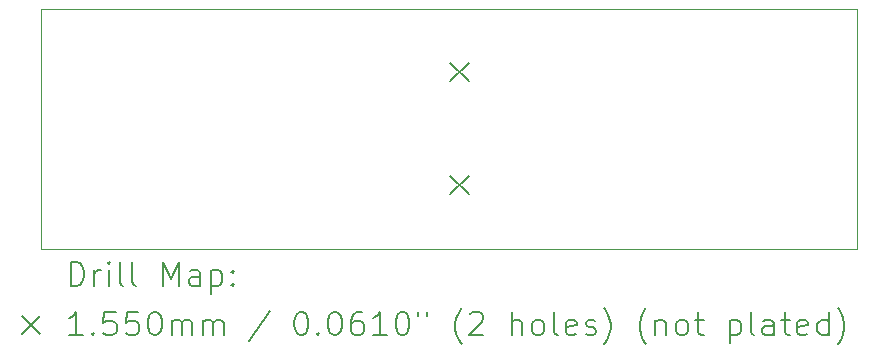
<source format=gbr>
%TF.GenerationSoftware,KiCad,Pcbnew,6.0.11-2627ca5db0~126~ubuntu20.04.1*%
%TF.CreationDate,2023-02-14T16:49:50+01:00*%
%TF.ProjectId,pmod_sfp,706d6f64-5f73-4667-902e-6b696361645f,rev?*%
%TF.SameCoordinates,Original*%
%TF.FileFunction,Drillmap*%
%TF.FilePolarity,Positive*%
%FSLAX45Y45*%
G04 Gerber Fmt 4.5, Leading zero omitted, Abs format (unit mm)*
G04 Created by KiCad (PCBNEW 6.0.11-2627ca5db0~126~ubuntu20.04.1) date 2023-02-14 16:49:50*
%MOMM*%
%LPD*%
G01*
G04 APERTURE LIST*
%ADD10C,0.100000*%
%ADD11C,0.200000*%
%ADD12C,0.155000*%
G04 APERTURE END LIST*
D10*
X17983200Y-8128000D02*
X11074400Y-8128000D01*
X11074400Y-8128000D02*
X11074400Y-6299200D01*
X11074400Y-6299200D02*
X11074400Y-6096000D01*
X11074400Y-6096000D02*
X17983200Y-6096000D01*
X17983200Y-6096000D02*
X17983200Y-8128000D01*
D11*
D12*
X14542500Y-6554500D02*
X14697500Y-6709500D01*
X14697500Y-6554500D02*
X14542500Y-6709500D01*
X14542500Y-7514500D02*
X14697500Y-7669500D01*
X14697500Y-7514500D02*
X14542500Y-7669500D01*
D11*
X11327019Y-8443476D02*
X11327019Y-8243476D01*
X11374638Y-8243476D01*
X11403209Y-8253000D01*
X11422257Y-8272048D01*
X11431781Y-8291095D01*
X11441305Y-8329190D01*
X11441305Y-8357762D01*
X11431781Y-8395857D01*
X11422257Y-8414905D01*
X11403209Y-8433952D01*
X11374638Y-8443476D01*
X11327019Y-8443476D01*
X11527019Y-8443476D02*
X11527019Y-8310143D01*
X11527019Y-8348238D02*
X11536543Y-8329190D01*
X11546067Y-8319667D01*
X11565114Y-8310143D01*
X11584162Y-8310143D01*
X11650828Y-8443476D02*
X11650828Y-8310143D01*
X11650828Y-8243476D02*
X11641305Y-8253000D01*
X11650828Y-8262524D01*
X11660352Y-8253000D01*
X11650828Y-8243476D01*
X11650828Y-8262524D01*
X11774638Y-8443476D02*
X11755590Y-8433952D01*
X11746067Y-8414905D01*
X11746067Y-8243476D01*
X11879400Y-8443476D02*
X11860352Y-8433952D01*
X11850828Y-8414905D01*
X11850828Y-8243476D01*
X12107971Y-8443476D02*
X12107971Y-8243476D01*
X12174638Y-8386333D01*
X12241305Y-8243476D01*
X12241305Y-8443476D01*
X12422257Y-8443476D02*
X12422257Y-8338714D01*
X12412733Y-8319667D01*
X12393686Y-8310143D01*
X12355590Y-8310143D01*
X12336543Y-8319667D01*
X12422257Y-8433952D02*
X12403209Y-8443476D01*
X12355590Y-8443476D01*
X12336543Y-8433952D01*
X12327019Y-8414905D01*
X12327019Y-8395857D01*
X12336543Y-8376809D01*
X12355590Y-8367286D01*
X12403209Y-8367286D01*
X12422257Y-8357762D01*
X12517495Y-8310143D02*
X12517495Y-8510143D01*
X12517495Y-8319667D02*
X12536543Y-8310143D01*
X12574638Y-8310143D01*
X12593686Y-8319667D01*
X12603209Y-8329190D01*
X12612733Y-8348238D01*
X12612733Y-8405381D01*
X12603209Y-8424429D01*
X12593686Y-8433952D01*
X12574638Y-8443476D01*
X12536543Y-8443476D01*
X12517495Y-8433952D01*
X12698448Y-8424429D02*
X12707971Y-8433952D01*
X12698448Y-8443476D01*
X12688924Y-8433952D01*
X12698448Y-8424429D01*
X12698448Y-8443476D01*
X12698448Y-8319667D02*
X12707971Y-8329190D01*
X12698448Y-8338714D01*
X12688924Y-8329190D01*
X12698448Y-8319667D01*
X12698448Y-8338714D01*
D12*
X10914400Y-8695500D02*
X11069400Y-8850500D01*
X11069400Y-8695500D02*
X10914400Y-8850500D01*
D11*
X11431781Y-8863476D02*
X11317495Y-8863476D01*
X11374638Y-8863476D02*
X11374638Y-8663476D01*
X11355590Y-8692048D01*
X11336543Y-8711095D01*
X11317495Y-8720619D01*
X11517495Y-8844429D02*
X11527019Y-8853952D01*
X11517495Y-8863476D01*
X11507971Y-8853952D01*
X11517495Y-8844429D01*
X11517495Y-8863476D01*
X11707971Y-8663476D02*
X11612733Y-8663476D01*
X11603209Y-8758714D01*
X11612733Y-8749190D01*
X11631781Y-8739667D01*
X11679400Y-8739667D01*
X11698448Y-8749190D01*
X11707971Y-8758714D01*
X11717495Y-8777762D01*
X11717495Y-8825381D01*
X11707971Y-8844429D01*
X11698448Y-8853952D01*
X11679400Y-8863476D01*
X11631781Y-8863476D01*
X11612733Y-8853952D01*
X11603209Y-8844429D01*
X11898448Y-8663476D02*
X11803209Y-8663476D01*
X11793686Y-8758714D01*
X11803209Y-8749190D01*
X11822257Y-8739667D01*
X11869876Y-8739667D01*
X11888924Y-8749190D01*
X11898448Y-8758714D01*
X11907971Y-8777762D01*
X11907971Y-8825381D01*
X11898448Y-8844429D01*
X11888924Y-8853952D01*
X11869876Y-8863476D01*
X11822257Y-8863476D01*
X11803209Y-8853952D01*
X11793686Y-8844429D01*
X12031781Y-8663476D02*
X12050828Y-8663476D01*
X12069876Y-8673000D01*
X12079400Y-8682524D01*
X12088924Y-8701571D01*
X12098448Y-8739667D01*
X12098448Y-8787286D01*
X12088924Y-8825381D01*
X12079400Y-8844429D01*
X12069876Y-8853952D01*
X12050828Y-8863476D01*
X12031781Y-8863476D01*
X12012733Y-8853952D01*
X12003209Y-8844429D01*
X11993686Y-8825381D01*
X11984162Y-8787286D01*
X11984162Y-8739667D01*
X11993686Y-8701571D01*
X12003209Y-8682524D01*
X12012733Y-8673000D01*
X12031781Y-8663476D01*
X12184162Y-8863476D02*
X12184162Y-8730143D01*
X12184162Y-8749190D02*
X12193686Y-8739667D01*
X12212733Y-8730143D01*
X12241305Y-8730143D01*
X12260352Y-8739667D01*
X12269876Y-8758714D01*
X12269876Y-8863476D01*
X12269876Y-8758714D02*
X12279400Y-8739667D01*
X12298448Y-8730143D01*
X12327019Y-8730143D01*
X12346067Y-8739667D01*
X12355590Y-8758714D01*
X12355590Y-8863476D01*
X12450828Y-8863476D02*
X12450828Y-8730143D01*
X12450828Y-8749190D02*
X12460352Y-8739667D01*
X12479400Y-8730143D01*
X12507971Y-8730143D01*
X12527019Y-8739667D01*
X12536543Y-8758714D01*
X12536543Y-8863476D01*
X12536543Y-8758714D02*
X12546067Y-8739667D01*
X12565114Y-8730143D01*
X12593686Y-8730143D01*
X12612733Y-8739667D01*
X12622257Y-8758714D01*
X12622257Y-8863476D01*
X13012733Y-8653952D02*
X12841305Y-8911095D01*
X13269876Y-8663476D02*
X13288924Y-8663476D01*
X13307971Y-8673000D01*
X13317495Y-8682524D01*
X13327019Y-8701571D01*
X13336543Y-8739667D01*
X13336543Y-8787286D01*
X13327019Y-8825381D01*
X13317495Y-8844429D01*
X13307971Y-8853952D01*
X13288924Y-8863476D01*
X13269876Y-8863476D01*
X13250828Y-8853952D01*
X13241305Y-8844429D01*
X13231781Y-8825381D01*
X13222257Y-8787286D01*
X13222257Y-8739667D01*
X13231781Y-8701571D01*
X13241305Y-8682524D01*
X13250828Y-8673000D01*
X13269876Y-8663476D01*
X13422257Y-8844429D02*
X13431781Y-8853952D01*
X13422257Y-8863476D01*
X13412733Y-8853952D01*
X13422257Y-8844429D01*
X13422257Y-8863476D01*
X13555590Y-8663476D02*
X13574638Y-8663476D01*
X13593686Y-8673000D01*
X13603209Y-8682524D01*
X13612733Y-8701571D01*
X13622257Y-8739667D01*
X13622257Y-8787286D01*
X13612733Y-8825381D01*
X13603209Y-8844429D01*
X13593686Y-8853952D01*
X13574638Y-8863476D01*
X13555590Y-8863476D01*
X13536543Y-8853952D01*
X13527019Y-8844429D01*
X13517495Y-8825381D01*
X13507971Y-8787286D01*
X13507971Y-8739667D01*
X13517495Y-8701571D01*
X13527019Y-8682524D01*
X13536543Y-8673000D01*
X13555590Y-8663476D01*
X13793686Y-8663476D02*
X13755590Y-8663476D01*
X13736543Y-8673000D01*
X13727019Y-8682524D01*
X13707971Y-8711095D01*
X13698448Y-8749190D01*
X13698448Y-8825381D01*
X13707971Y-8844429D01*
X13717495Y-8853952D01*
X13736543Y-8863476D01*
X13774638Y-8863476D01*
X13793686Y-8853952D01*
X13803209Y-8844429D01*
X13812733Y-8825381D01*
X13812733Y-8777762D01*
X13803209Y-8758714D01*
X13793686Y-8749190D01*
X13774638Y-8739667D01*
X13736543Y-8739667D01*
X13717495Y-8749190D01*
X13707971Y-8758714D01*
X13698448Y-8777762D01*
X14003209Y-8863476D02*
X13888924Y-8863476D01*
X13946067Y-8863476D02*
X13946067Y-8663476D01*
X13927019Y-8692048D01*
X13907971Y-8711095D01*
X13888924Y-8720619D01*
X14127019Y-8663476D02*
X14146067Y-8663476D01*
X14165114Y-8673000D01*
X14174638Y-8682524D01*
X14184162Y-8701571D01*
X14193686Y-8739667D01*
X14193686Y-8787286D01*
X14184162Y-8825381D01*
X14174638Y-8844429D01*
X14165114Y-8853952D01*
X14146067Y-8863476D01*
X14127019Y-8863476D01*
X14107971Y-8853952D01*
X14098448Y-8844429D01*
X14088924Y-8825381D01*
X14079400Y-8787286D01*
X14079400Y-8739667D01*
X14088924Y-8701571D01*
X14098448Y-8682524D01*
X14107971Y-8673000D01*
X14127019Y-8663476D01*
X14269876Y-8663476D02*
X14269876Y-8701571D01*
X14346067Y-8663476D02*
X14346067Y-8701571D01*
X14641305Y-8939667D02*
X14631781Y-8930143D01*
X14612733Y-8901571D01*
X14603209Y-8882524D01*
X14593686Y-8853952D01*
X14584162Y-8806333D01*
X14584162Y-8768238D01*
X14593686Y-8720619D01*
X14603209Y-8692048D01*
X14612733Y-8673000D01*
X14631781Y-8644429D01*
X14641305Y-8634905D01*
X14707971Y-8682524D02*
X14717495Y-8673000D01*
X14736543Y-8663476D01*
X14784162Y-8663476D01*
X14803209Y-8673000D01*
X14812733Y-8682524D01*
X14822257Y-8701571D01*
X14822257Y-8720619D01*
X14812733Y-8749190D01*
X14698448Y-8863476D01*
X14822257Y-8863476D01*
X15060352Y-8863476D02*
X15060352Y-8663476D01*
X15146067Y-8863476D02*
X15146067Y-8758714D01*
X15136543Y-8739667D01*
X15117495Y-8730143D01*
X15088924Y-8730143D01*
X15069876Y-8739667D01*
X15060352Y-8749190D01*
X15269876Y-8863476D02*
X15250828Y-8853952D01*
X15241305Y-8844429D01*
X15231781Y-8825381D01*
X15231781Y-8768238D01*
X15241305Y-8749190D01*
X15250828Y-8739667D01*
X15269876Y-8730143D01*
X15298448Y-8730143D01*
X15317495Y-8739667D01*
X15327019Y-8749190D01*
X15336543Y-8768238D01*
X15336543Y-8825381D01*
X15327019Y-8844429D01*
X15317495Y-8853952D01*
X15298448Y-8863476D01*
X15269876Y-8863476D01*
X15450828Y-8863476D02*
X15431781Y-8853952D01*
X15422257Y-8834905D01*
X15422257Y-8663476D01*
X15603209Y-8853952D02*
X15584162Y-8863476D01*
X15546067Y-8863476D01*
X15527019Y-8853952D01*
X15517495Y-8834905D01*
X15517495Y-8758714D01*
X15527019Y-8739667D01*
X15546067Y-8730143D01*
X15584162Y-8730143D01*
X15603209Y-8739667D01*
X15612733Y-8758714D01*
X15612733Y-8777762D01*
X15517495Y-8796810D01*
X15688924Y-8853952D02*
X15707971Y-8863476D01*
X15746067Y-8863476D01*
X15765114Y-8853952D01*
X15774638Y-8834905D01*
X15774638Y-8825381D01*
X15765114Y-8806333D01*
X15746067Y-8796810D01*
X15717495Y-8796810D01*
X15698448Y-8787286D01*
X15688924Y-8768238D01*
X15688924Y-8758714D01*
X15698448Y-8739667D01*
X15717495Y-8730143D01*
X15746067Y-8730143D01*
X15765114Y-8739667D01*
X15841305Y-8939667D02*
X15850828Y-8930143D01*
X15869876Y-8901571D01*
X15879400Y-8882524D01*
X15888924Y-8853952D01*
X15898448Y-8806333D01*
X15898448Y-8768238D01*
X15888924Y-8720619D01*
X15879400Y-8692048D01*
X15869876Y-8673000D01*
X15850828Y-8644429D01*
X15841305Y-8634905D01*
X16203209Y-8939667D02*
X16193686Y-8930143D01*
X16174638Y-8901571D01*
X16165114Y-8882524D01*
X16155590Y-8853952D01*
X16146067Y-8806333D01*
X16146067Y-8768238D01*
X16155590Y-8720619D01*
X16165114Y-8692048D01*
X16174638Y-8673000D01*
X16193686Y-8644429D01*
X16203209Y-8634905D01*
X16279400Y-8730143D02*
X16279400Y-8863476D01*
X16279400Y-8749190D02*
X16288924Y-8739667D01*
X16307971Y-8730143D01*
X16336543Y-8730143D01*
X16355590Y-8739667D01*
X16365114Y-8758714D01*
X16365114Y-8863476D01*
X16488924Y-8863476D02*
X16469876Y-8853952D01*
X16460352Y-8844429D01*
X16450828Y-8825381D01*
X16450828Y-8768238D01*
X16460352Y-8749190D01*
X16469876Y-8739667D01*
X16488924Y-8730143D01*
X16517495Y-8730143D01*
X16536543Y-8739667D01*
X16546067Y-8749190D01*
X16555590Y-8768238D01*
X16555590Y-8825381D01*
X16546067Y-8844429D01*
X16536543Y-8853952D01*
X16517495Y-8863476D01*
X16488924Y-8863476D01*
X16612733Y-8730143D02*
X16688924Y-8730143D01*
X16641305Y-8663476D02*
X16641305Y-8834905D01*
X16650828Y-8853952D01*
X16669876Y-8863476D01*
X16688924Y-8863476D01*
X16907971Y-8730143D02*
X16907971Y-8930143D01*
X16907971Y-8739667D02*
X16927019Y-8730143D01*
X16965114Y-8730143D01*
X16984162Y-8739667D01*
X16993686Y-8749190D01*
X17003210Y-8768238D01*
X17003210Y-8825381D01*
X16993686Y-8844429D01*
X16984162Y-8853952D01*
X16965114Y-8863476D01*
X16927019Y-8863476D01*
X16907971Y-8853952D01*
X17117495Y-8863476D02*
X17098448Y-8853952D01*
X17088924Y-8834905D01*
X17088924Y-8663476D01*
X17279400Y-8863476D02*
X17279400Y-8758714D01*
X17269876Y-8739667D01*
X17250829Y-8730143D01*
X17212733Y-8730143D01*
X17193686Y-8739667D01*
X17279400Y-8853952D02*
X17260352Y-8863476D01*
X17212733Y-8863476D01*
X17193686Y-8853952D01*
X17184162Y-8834905D01*
X17184162Y-8815857D01*
X17193686Y-8796810D01*
X17212733Y-8787286D01*
X17260352Y-8787286D01*
X17279400Y-8777762D01*
X17346067Y-8730143D02*
X17422257Y-8730143D01*
X17374638Y-8663476D02*
X17374638Y-8834905D01*
X17384162Y-8853952D01*
X17403210Y-8863476D01*
X17422257Y-8863476D01*
X17565114Y-8853952D02*
X17546067Y-8863476D01*
X17507971Y-8863476D01*
X17488924Y-8853952D01*
X17479400Y-8834905D01*
X17479400Y-8758714D01*
X17488924Y-8739667D01*
X17507971Y-8730143D01*
X17546067Y-8730143D01*
X17565114Y-8739667D01*
X17574638Y-8758714D01*
X17574638Y-8777762D01*
X17479400Y-8796810D01*
X17746067Y-8863476D02*
X17746067Y-8663476D01*
X17746067Y-8853952D02*
X17727019Y-8863476D01*
X17688924Y-8863476D01*
X17669876Y-8853952D01*
X17660352Y-8844429D01*
X17650829Y-8825381D01*
X17650829Y-8768238D01*
X17660352Y-8749190D01*
X17669876Y-8739667D01*
X17688924Y-8730143D01*
X17727019Y-8730143D01*
X17746067Y-8739667D01*
X17822257Y-8939667D02*
X17831781Y-8930143D01*
X17850829Y-8901571D01*
X17860352Y-8882524D01*
X17869876Y-8853952D01*
X17879400Y-8806333D01*
X17879400Y-8768238D01*
X17869876Y-8720619D01*
X17860352Y-8692048D01*
X17850829Y-8673000D01*
X17831781Y-8644429D01*
X17822257Y-8634905D01*
M02*

</source>
